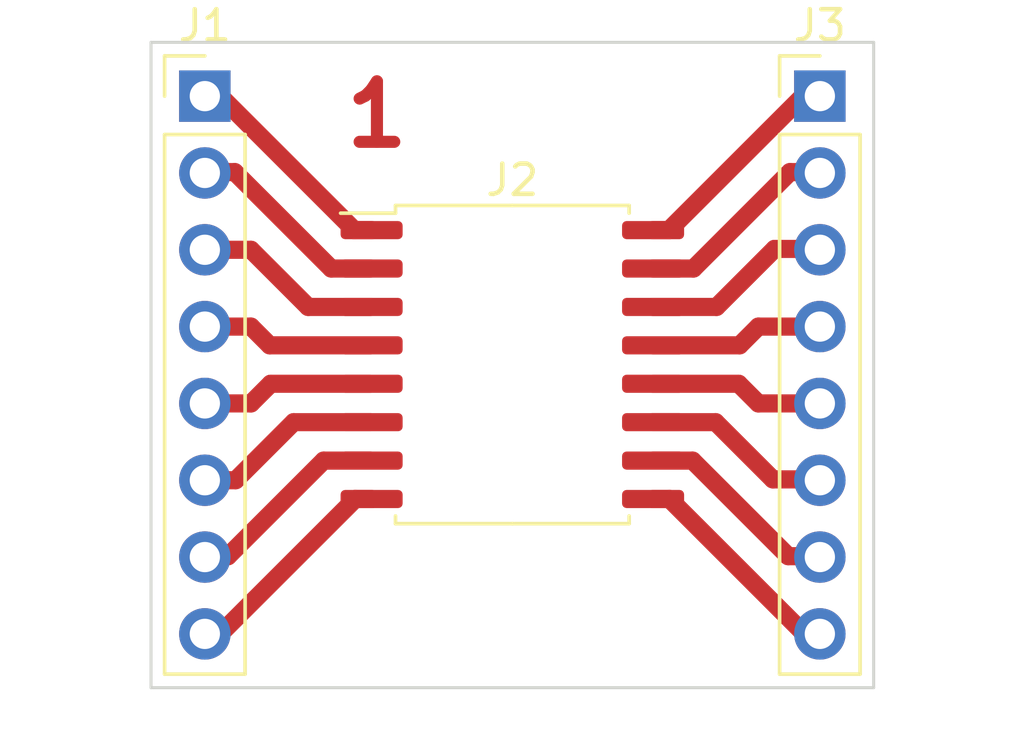
<source format=kicad_pcb>
(kicad_pcb (version 20171130) (host pcbnew 5.1.12-84ad8e8a86~92~ubuntu20.04.1)

  (general
    (thickness 1.6)
    (drawings 5)
    (tracks 48)
    (zones 0)
    (modules 3)
    (nets 17)
  )

  (page A4)
  (layers
    (0 F.Cu signal)
    (31 B.Cu signal)
    (32 B.Adhes user)
    (33 F.Adhes user)
    (34 B.Paste user)
    (35 F.Paste user)
    (36 B.SilkS user)
    (37 F.SilkS user)
    (38 B.Mask user)
    (39 F.Mask user)
    (40 Dwgs.User user)
    (41 Cmts.User user)
    (42 Eco1.User user)
    (43 Eco2.User user)
    (44 Edge.Cuts user)
    (45 Margin user)
    (46 B.CrtYd user)
    (47 F.CrtYd user)
    (48 B.Fab user)
    (49 F.Fab user)
  )

  (setup
    (last_trace_width 0.6)
    (user_trace_width 0.6)
    (trace_clearance 0.2)
    (zone_clearance 0.508)
    (zone_45_only no)
    (trace_min 0.2)
    (via_size 0.8)
    (via_drill 0.4)
    (via_min_size 0.4)
    (via_min_drill 0.3)
    (uvia_size 0.3)
    (uvia_drill 0.1)
    (uvias_allowed no)
    (uvia_min_size 0.2)
    (uvia_min_drill 0.1)
    (edge_width 0.05)
    (segment_width 0.2)
    (pcb_text_width 0.3)
    (pcb_text_size 1.5 1.5)
    (mod_edge_width 0.12)
    (mod_text_size 1 1)
    (mod_text_width 0.15)
    (pad_size 1.524 1.524)
    (pad_drill 0.762)
    (pad_to_mask_clearance 0)
    (aux_axis_origin 156.442 63.732)
    (grid_origin 173.206 78.718)
    (visible_elements FFFFFF7F)
    (pcbplotparams
      (layerselection 0x010fc_ffffffff)
      (usegerberextensions false)
      (usegerberattributes true)
      (usegerberadvancedattributes true)
      (creategerberjobfile true)
      (excludeedgelayer true)
      (linewidth 0.100000)
      (plotframeref false)
      (viasonmask false)
      (mode 1)
      (useauxorigin true)
      (hpglpennumber 1)
      (hpglpenspeed 20)
      (hpglpendiameter 15.000000)
      (psnegative false)
      (psa4output false)
      (plotreference true)
      (plotvalue true)
      (plotinvisibletext false)
      (padsonsilk false)
      (subtractmaskfromsilk false)
      (outputformat 1)
      (mirror false)
      (drillshape 0)
      (scaleselection 1)
      (outputdirectory "gerbers/"))
  )

  (net 0 "")
  (net 1 "Net-(J1-Pad8)")
  (net 2 "Net-(J1-Pad7)")
  (net 3 "Net-(J1-Pad6)")
  (net 4 "Net-(J1-Pad5)")
  (net 5 "Net-(J1-Pad4)")
  (net 6 "Net-(J1-Pad3)")
  (net 7 "Net-(J1-Pad2)")
  (net 8 "Net-(J1-Pad1)")
  (net 9 "Net-(J2-Pad16)")
  (net 10 "Net-(J2-Pad15)")
  (net 11 "Net-(J2-Pad14)")
  (net 12 "Net-(J2-Pad13)")
  (net 13 "Net-(J2-Pad12)")
  (net 14 "Net-(J2-Pad11)")
  (net 15 "Net-(J2-Pad10)")
  (net 16 "Net-(J2-Pad9)")

  (net_class Default "This is the default net class."
    (clearance 0.2)
    (trace_width 0.25)
    (via_dia 0.8)
    (via_drill 0.4)
    (uvia_dia 0.3)
    (uvia_drill 0.1)
    (add_net "Net-(J1-Pad1)")
    (add_net "Net-(J1-Pad2)")
    (add_net "Net-(J1-Pad3)")
    (add_net "Net-(J1-Pad4)")
    (add_net "Net-(J1-Pad5)")
    (add_net "Net-(J1-Pad6)")
    (add_net "Net-(J1-Pad7)")
    (add_net "Net-(J1-Pad8)")
    (add_net "Net-(J2-Pad10)")
    (add_net "Net-(J2-Pad11)")
    (add_net "Net-(J2-Pad12)")
    (add_net "Net-(J2-Pad13)")
    (add_net "Net-(J2-Pad14)")
    (add_net "Net-(J2-Pad15)")
    (add_net "Net-(J2-Pad16)")
    (add_net "Net-(J2-Pad9)")
  )

  (module Connector_PinHeader_2.54mm:PinHeader_1x08_P2.54mm_Vertical (layer F.Cu) (tedit 59FED5CC) (tstamp 61EC8F6A)
    (at 178.54 65.51)
    (descr "Through hole straight pin header, 1x08, 2.54mm pitch, single row")
    (tags "Through hole pin header THT 1x08 2.54mm single row")
    (path /61EC5620)
    (fp_text reference J3 (at 0 -2.33) (layer F.SilkS)
      (effects (font (size 1 1) (thickness 0.15)))
    )
    (fp_text value Conn_01x08_Male (at 0 20.11) (layer F.Fab)
      (effects (font (size 1 1) (thickness 0.15)))
    )
    (fp_text user %R (at 0 8.89 90) (layer F.Fab)
      (effects (font (size 1 1) (thickness 0.15)))
    )
    (fp_line (start -0.635 -1.27) (end 1.27 -1.27) (layer F.Fab) (width 0.1))
    (fp_line (start 1.27 -1.27) (end 1.27 19.05) (layer F.Fab) (width 0.1))
    (fp_line (start 1.27 19.05) (end -1.27 19.05) (layer F.Fab) (width 0.1))
    (fp_line (start -1.27 19.05) (end -1.27 -0.635) (layer F.Fab) (width 0.1))
    (fp_line (start -1.27 -0.635) (end -0.635 -1.27) (layer F.Fab) (width 0.1))
    (fp_line (start -1.33 19.11) (end 1.33 19.11) (layer F.SilkS) (width 0.12))
    (fp_line (start -1.33 1.27) (end -1.33 19.11) (layer F.SilkS) (width 0.12))
    (fp_line (start 1.33 1.27) (end 1.33 19.11) (layer F.SilkS) (width 0.12))
    (fp_line (start -1.33 1.27) (end 1.33 1.27) (layer F.SilkS) (width 0.12))
    (fp_line (start -1.33 0) (end -1.33 -1.33) (layer F.SilkS) (width 0.12))
    (fp_line (start -1.33 -1.33) (end 0 -1.33) (layer F.SilkS) (width 0.12))
    (fp_line (start -1.8 -1.8) (end -1.8 19.55) (layer F.CrtYd) (width 0.05))
    (fp_line (start -1.8 19.55) (end 1.8 19.55) (layer F.CrtYd) (width 0.05))
    (fp_line (start 1.8 19.55) (end 1.8 -1.8) (layer F.CrtYd) (width 0.05))
    (fp_line (start 1.8 -1.8) (end -1.8 -1.8) (layer F.CrtYd) (width 0.05))
    (pad 8 thru_hole oval (at 0 17.78) (size 1.7 1.7) (drill 1) (layers *.Cu *.Mask)
      (net 16 "Net-(J2-Pad9)"))
    (pad 7 thru_hole oval (at 0 15.24) (size 1.7 1.7) (drill 1) (layers *.Cu *.Mask)
      (net 15 "Net-(J2-Pad10)"))
    (pad 6 thru_hole oval (at 0 12.7) (size 1.7 1.7) (drill 1) (layers *.Cu *.Mask)
      (net 14 "Net-(J2-Pad11)"))
    (pad 5 thru_hole oval (at 0 10.16) (size 1.7 1.7) (drill 1) (layers *.Cu *.Mask)
      (net 13 "Net-(J2-Pad12)"))
    (pad 4 thru_hole oval (at 0 7.62) (size 1.7 1.7) (drill 1) (layers *.Cu *.Mask)
      (net 12 "Net-(J2-Pad13)"))
    (pad 3 thru_hole oval (at 0 5.08) (size 1.7 1.7) (drill 1) (layers *.Cu *.Mask)
      (net 11 "Net-(J2-Pad14)"))
    (pad 2 thru_hole oval (at 0 2.54) (size 1.7 1.7) (drill 1) (layers *.Cu *.Mask)
      (net 10 "Net-(J2-Pad15)"))
    (pad 1 thru_hole rect (at 0 0) (size 1.7 1.7) (drill 1) (layers *.Cu *.Mask)
      (net 9 "Net-(J2-Pad16)"))
    (model ${KISYS3DMOD}/Connector_PinHeader_2.54mm.3dshapes/PinHeader_1x08_P2.54mm_Vertical.wrl
      (at (xyz 0 0 0))
      (scale (xyz 1 1 1))
      (rotate (xyz 0 0 0))
    )
  )

  (module Package_SO:SOIC-16W_7.5x10.3mm_P1.27mm (layer F.Cu) (tedit 5D9F72B1) (tstamp 61EC8F4E)
    (at 168.38 74.385)
    (descr "SOIC, 16 Pin (JEDEC MS-013AA, https://www.analog.com/media/en/package-pcb-resources/package/pkg_pdf/soic_wide-rw/rw_16.pdf), generated with kicad-footprint-generator ipc_gullwing_generator.py")
    (tags "SOIC SO")
    (path /61EC405B)
    (attr smd)
    (fp_text reference J2 (at 0 -6.1) (layer F.SilkS)
      (effects (font (size 1 1) (thickness 0.15)))
    )
    (fp_text value Conn_02x08_Counter_Clockwise (at 0 6.1) (layer F.Fab)
      (effects (font (size 1 1) (thickness 0.15)))
    )
    (fp_text user %R (at 0 0) (layer F.Fab)
      (effects (font (size 1 1) (thickness 0.15)))
    )
    (fp_line (start 0 5.26) (end 3.86 5.26) (layer F.SilkS) (width 0.12))
    (fp_line (start 3.86 5.26) (end 3.86 5.005) (layer F.SilkS) (width 0.12))
    (fp_line (start 0 5.26) (end -3.86 5.26) (layer F.SilkS) (width 0.12))
    (fp_line (start -3.86 5.26) (end -3.86 5.005) (layer F.SilkS) (width 0.12))
    (fp_line (start 0 -5.26) (end 3.86 -5.26) (layer F.SilkS) (width 0.12))
    (fp_line (start 3.86 -5.26) (end 3.86 -5.005) (layer F.SilkS) (width 0.12))
    (fp_line (start 0 -5.26) (end -3.86 -5.26) (layer F.SilkS) (width 0.12))
    (fp_line (start -3.86 -5.26) (end -3.86 -5.005) (layer F.SilkS) (width 0.12))
    (fp_line (start -3.86 -5.005) (end -5.675 -5.005) (layer F.SilkS) (width 0.12))
    (fp_line (start -2.75 -5.15) (end 3.75 -5.15) (layer F.Fab) (width 0.1))
    (fp_line (start 3.75 -5.15) (end 3.75 5.15) (layer F.Fab) (width 0.1))
    (fp_line (start 3.75 5.15) (end -3.75 5.15) (layer F.Fab) (width 0.1))
    (fp_line (start -3.75 5.15) (end -3.75 -4.15) (layer F.Fab) (width 0.1))
    (fp_line (start -3.75 -4.15) (end -2.75 -5.15) (layer F.Fab) (width 0.1))
    (fp_line (start -5.93 -5.4) (end -5.93 5.4) (layer F.CrtYd) (width 0.05))
    (fp_line (start -5.93 5.4) (end 5.93 5.4) (layer F.CrtYd) (width 0.05))
    (fp_line (start 5.93 5.4) (end 5.93 -5.4) (layer F.CrtYd) (width 0.05))
    (fp_line (start 5.93 -5.4) (end -5.93 -5.4) (layer F.CrtYd) (width 0.05))
    (pad 16 smd roundrect (at 4.65 -4.445) (size 2.05 0.6) (layers F.Cu F.Paste F.Mask) (roundrect_rratio 0.25)
      (net 9 "Net-(J2-Pad16)"))
    (pad 15 smd roundrect (at 4.65 -3.175) (size 2.05 0.6) (layers F.Cu F.Paste F.Mask) (roundrect_rratio 0.25)
      (net 10 "Net-(J2-Pad15)"))
    (pad 14 smd roundrect (at 4.65 -1.905) (size 2.05 0.6) (layers F.Cu F.Paste F.Mask) (roundrect_rratio 0.25)
      (net 11 "Net-(J2-Pad14)"))
    (pad 13 smd roundrect (at 4.65 -0.635) (size 2.05 0.6) (layers F.Cu F.Paste F.Mask) (roundrect_rratio 0.25)
      (net 12 "Net-(J2-Pad13)"))
    (pad 12 smd roundrect (at 4.65 0.635) (size 2.05 0.6) (layers F.Cu F.Paste F.Mask) (roundrect_rratio 0.25)
      (net 13 "Net-(J2-Pad12)"))
    (pad 11 smd roundrect (at 4.65 1.905) (size 2.05 0.6) (layers F.Cu F.Paste F.Mask) (roundrect_rratio 0.25)
      (net 14 "Net-(J2-Pad11)"))
    (pad 10 smd roundrect (at 4.65 3.175) (size 2.05 0.6) (layers F.Cu F.Paste F.Mask) (roundrect_rratio 0.25)
      (net 15 "Net-(J2-Pad10)"))
    (pad 9 smd roundrect (at 4.65 4.445) (size 2.05 0.6) (layers F.Cu F.Paste F.Mask) (roundrect_rratio 0.25)
      (net 16 "Net-(J2-Pad9)"))
    (pad 8 smd roundrect (at -4.65 4.445) (size 2.05 0.6) (layers F.Cu F.Paste F.Mask) (roundrect_rratio 0.25)
      (net 1 "Net-(J1-Pad8)"))
    (pad 7 smd roundrect (at -4.65 3.175) (size 2.05 0.6) (layers F.Cu F.Paste F.Mask) (roundrect_rratio 0.25)
      (net 2 "Net-(J1-Pad7)"))
    (pad 6 smd roundrect (at -4.65 1.905) (size 2.05 0.6) (layers F.Cu F.Paste F.Mask) (roundrect_rratio 0.25)
      (net 3 "Net-(J1-Pad6)"))
    (pad 5 smd roundrect (at -4.65 0.635) (size 2.05 0.6) (layers F.Cu F.Paste F.Mask) (roundrect_rratio 0.25)
      (net 4 "Net-(J1-Pad5)"))
    (pad 4 smd roundrect (at -4.65 -0.635) (size 2.05 0.6) (layers F.Cu F.Paste F.Mask) (roundrect_rratio 0.25)
      (net 5 "Net-(J1-Pad4)"))
    (pad 3 smd roundrect (at -4.65 -1.905) (size 2.05 0.6) (layers F.Cu F.Paste F.Mask) (roundrect_rratio 0.25)
      (net 6 "Net-(J1-Pad3)"))
    (pad 2 smd roundrect (at -4.65 -3.175) (size 2.05 0.6) (layers F.Cu F.Paste F.Mask) (roundrect_rratio 0.25)
      (net 7 "Net-(J1-Pad2)"))
    (pad 1 smd roundrect (at -4.65 -4.445) (size 2.05 0.6) (layers F.Cu F.Paste F.Mask) (roundrect_rratio 0.25)
      (net 8 "Net-(J1-Pad1)"))
    (model ${KISYS3DMOD}/Package_SO.3dshapes/SOIC-16W_7.5x10.3mm_P1.27mm.wrl
      (at (xyz 0 0 0))
      (scale (xyz 1 1 1))
      (rotate (xyz 0 0 0))
    )
  )

  (module Connector_PinHeader_2.54mm:PinHeader_1x08_P2.54mm_Vertical (layer F.Cu) (tedit 59FED5CC) (tstamp 61EC8F27)
    (at 158.22 65.51)
    (descr "Through hole straight pin header, 1x08, 2.54mm pitch, single row")
    (tags "Through hole pin header THT 1x08 2.54mm single row")
    (path /61EC4D18)
    (fp_text reference J1 (at 0 -2.33) (layer F.SilkS)
      (effects (font (size 1 1) (thickness 0.15)))
    )
    (fp_text value Conn_01x08_Male (at 0 20.11) (layer F.Fab)
      (effects (font (size 1 1) (thickness 0.15)))
    )
    (fp_text user %R (at 0 8.89 90) (layer F.Fab)
      (effects (font (size 1 1) (thickness 0.15)))
    )
    (fp_line (start -0.635 -1.27) (end 1.27 -1.27) (layer F.Fab) (width 0.1))
    (fp_line (start 1.27 -1.27) (end 1.27 19.05) (layer F.Fab) (width 0.1))
    (fp_line (start 1.27 19.05) (end -1.27 19.05) (layer F.Fab) (width 0.1))
    (fp_line (start -1.27 19.05) (end -1.27 -0.635) (layer F.Fab) (width 0.1))
    (fp_line (start -1.27 -0.635) (end -0.635 -1.27) (layer F.Fab) (width 0.1))
    (fp_line (start -1.33 19.11) (end 1.33 19.11) (layer F.SilkS) (width 0.12))
    (fp_line (start -1.33 1.27) (end -1.33 19.11) (layer F.SilkS) (width 0.12))
    (fp_line (start 1.33 1.27) (end 1.33 19.11) (layer F.SilkS) (width 0.12))
    (fp_line (start -1.33 1.27) (end 1.33 1.27) (layer F.SilkS) (width 0.12))
    (fp_line (start -1.33 0) (end -1.33 -1.33) (layer F.SilkS) (width 0.12))
    (fp_line (start -1.33 -1.33) (end 0 -1.33) (layer F.SilkS) (width 0.12))
    (fp_line (start -1.8 -1.8) (end -1.8 19.55) (layer F.CrtYd) (width 0.05))
    (fp_line (start -1.8 19.55) (end 1.8 19.55) (layer F.CrtYd) (width 0.05))
    (fp_line (start 1.8 19.55) (end 1.8 -1.8) (layer F.CrtYd) (width 0.05))
    (fp_line (start 1.8 -1.8) (end -1.8 -1.8) (layer F.CrtYd) (width 0.05))
    (pad 8 thru_hole oval (at 0 17.78) (size 1.7 1.7) (drill 1) (layers *.Cu *.Mask)
      (net 1 "Net-(J1-Pad8)"))
    (pad 7 thru_hole oval (at 0 15.24) (size 1.7 1.7) (drill 1) (layers *.Cu *.Mask)
      (net 2 "Net-(J1-Pad7)"))
    (pad 6 thru_hole oval (at 0 12.7) (size 1.7 1.7) (drill 1) (layers *.Cu *.Mask)
      (net 3 "Net-(J1-Pad6)"))
    (pad 5 thru_hole oval (at 0 10.16) (size 1.7 1.7) (drill 1) (layers *.Cu *.Mask)
      (net 4 "Net-(J1-Pad5)"))
    (pad 4 thru_hole oval (at 0 7.62) (size 1.7 1.7) (drill 1) (layers *.Cu *.Mask)
      (net 5 "Net-(J1-Pad4)"))
    (pad 3 thru_hole oval (at 0 5.08) (size 1.7 1.7) (drill 1) (layers *.Cu *.Mask)
      (net 6 "Net-(J1-Pad3)"))
    (pad 2 thru_hole oval (at 0 2.54) (size 1.7 1.7) (drill 1) (layers *.Cu *.Mask)
      (net 7 "Net-(J1-Pad2)"))
    (pad 1 thru_hole rect (at 0 0) (size 1.7 1.7) (drill 1) (layers *.Cu *.Mask)
      (net 8 "Net-(J1-Pad1)"))
    (model ${KISYS3DMOD}/Connector_PinHeader_2.54mm.3dshapes/PinHeader_1x08_P2.54mm_Vertical.wrl
      (at (xyz 0 0 0))
      (scale (xyz 1 1 1))
      (rotate (xyz 0 0 0))
    )
  )

  (gr_line (start 180.318 63.732) (end 180.318 85.068) (layer Edge.Cuts) (width 0.1))
  (gr_line (start 156.442 63.732) (end 180.318 63.732) (layer Edge.Cuts) (width 0.1))
  (gr_line (start 156.442 85.068) (end 156.442 63.732) (layer Edge.Cuts) (width 0.1))
  (gr_line (start 180.318 85.068) (end 156.442 85.068) (layer Edge.Cuts) (width 0.1))
  (gr_text 1 (at 163.9062 66.1162) (layer F.Cu)
    (effects (font (size 2 2) (thickness 0.4)))
  )

  (segment (start 163.188 78.83) (end 163.73 78.83) (width 0.6) (layer F.Cu) (net 1))
  (segment (start 158.7568 83.2612) (end 163.188 78.83) (width 0.6) (layer F.Cu) (net 1))
  (segment (start 158.123281 83.2612) (end 158.7568 83.2612) (width 0.6) (layer F.Cu) (net 1))
  (segment (start 158.9854 80.7212) (end 158.1912 80.7212) (width 0.6) (layer F.Cu) (net 2))
  (segment (start 162.1466 77.56) (end 158.9854 80.7212) (width 0.6) (layer F.Cu) (net 2))
  (segment (start 163.6874 77.56) (end 162.1466 77.56) (width 0.6) (layer F.Cu) (net 2))
  (segment (start 161.156 76.29) (end 163.6874 76.29) (width 0.6) (layer F.Cu) (net 3))
  (segment (start 159.236 78.21) (end 161.156 76.29) (width 0.6) (layer F.Cu) (net 3))
  (segment (start 158.22 78.21) (end 159.236 78.21) (width 0.6) (layer F.Cu) (net 3))
  (segment (start 160.394 75.02) (end 163.6874 75.02) (width 0.6) (layer F.Cu) (net 4))
  (segment (start 159.744 75.67) (end 160.394 75.02) (width 0.6) (layer F.Cu) (net 4))
  (segment (start 158.22 75.67) (end 159.744 75.67) (width 0.6) (layer F.Cu) (net 4))
  (segment (start 159.744 73.13) (end 158.22 73.13) (width 0.6) (layer F.Cu) (net 5))
  (segment (start 160.364 73.75) (end 159.744 73.13) (width 0.6) (layer F.Cu) (net 5))
  (segment (start 163.6874 73.75) (end 160.364 73.75) (width 0.6) (layer F.Cu) (net 5))
  (segment (start 159.744 70.59) (end 158.22 70.59) (width 0.6) (layer F.Cu) (net 6))
  (segment (start 161.634 72.48) (end 159.744 70.59) (width 0.6) (layer F.Cu) (net 6))
  (segment (start 163.6874 72.48) (end 161.634 72.48) (width 0.6) (layer F.Cu) (net 6))
  (segment (start 162.396 71.21) (end 159.2072 68.0212) (width 0.6) (layer F.Cu) (net 7))
  (segment (start 163.6874 71.21) (end 162.396 71.21) (width 0.6) (layer F.Cu) (net 7))
  (segment (start 159.2072 68.0212) (end 158.8262 68.0212) (width 0.6) (layer F.Cu) (net 7))
  (segment (start 158.6992 65.4812) (end 158.1912 65.4812) (width 0.6) (layer F.Cu) (net 8))
  (segment (start 163.158 69.94) (end 158.6992 65.4812) (width 0.6) (layer F.Cu) (net 8))
  (segment (start 163.73 69.94) (end 163.158 69.94) (width 0.6) (layer F.Cu) (net 8))
  (segment (start 173.5532 69.94) (end 178.012 65.4812) (width 0.6) (layer F.Cu) (net 9))
  (segment (start 178.012 65.4812) (end 178.4712 65.4812) (width 0.6) (layer F.Cu) (net 9))
  (segment (start 173.03 69.94) (end 173.5532 69.94) (width 0.6) (layer F.Cu) (net 9))
  (segment (start 177.5528 68.0212) (end 178.5112 68.0212) (width 0.6) (layer F.Cu) (net 10))
  (segment (start 174.364 71.21) (end 177.5528 68.0212) (width 0.6) (layer F.Cu) (net 10))
  (segment (start 173.03 71.21) (end 174.364 71.21) (width 0.6) (layer F.Cu) (net 10))
  (segment (start 177.0448 70.5612) (end 178.5112 70.5612) (width 0.6) (layer F.Cu) (net 11))
  (segment (start 175.126 72.48) (end 177.0448 70.5612) (width 0.6) (layer F.Cu) (net 11))
  (segment (start 173.03 72.48) (end 175.126 72.48) (width 0.6) (layer F.Cu) (net 11))
  (segment (start 176.508 73.13) (end 178.54 73.13) (width 0.6) (layer F.Cu) (net 12))
  (segment (start 175.888 73.75) (end 176.508 73.13) (width 0.6) (layer F.Cu) (net 12))
  (segment (start 173.03 73.75) (end 175.888 73.75) (width 0.6) (layer F.Cu) (net 12))
  (segment (start 176.508 75.67) (end 178.54 75.67) (width 0.6) (layer F.Cu) (net 13))
  (segment (start 175.858 75.02) (end 176.508 75.67) (width 0.6) (layer F.Cu) (net 13))
  (segment (start 173.015 75.02) (end 175.858 75.02) (width 0.6) (layer F.Cu) (net 13))
  (segment (start 176.9872 78.1812) (end 178.240201 78.1812) (width 0.6) (layer F.Cu) (net 14))
  (segment (start 173.015 76.29) (end 175.096 76.29) (width 0.6) (layer F.Cu) (net 14))
  (segment (start 175.096 76.29) (end 176.9872 78.1812) (width 0.6) (layer F.Cu) (net 14))
  (segment (start 177.4952 80.7212) (end 178.5112 80.7212) (width 0.6) (layer F.Cu) (net 15))
  (segment (start 174.334 77.56) (end 177.4952 80.7212) (width 0.6) (layer F.Cu) (net 15))
  (segment (start 173.03 77.56) (end 174.334 77.56) (width 0.6) (layer F.Cu) (net 15))
  (segment (start 173.572 78.83) (end 178.0032 83.2612) (width 0.6) (layer F.Cu) (net 16))
  (segment (start 178.0032 83.2612) (end 178.5112 83.2612) (width 0.6) (layer F.Cu) (net 16))
  (segment (start 173.03 78.83) (end 173.572 78.83) (width 0.6) (layer F.Cu) (net 16))

)

</source>
